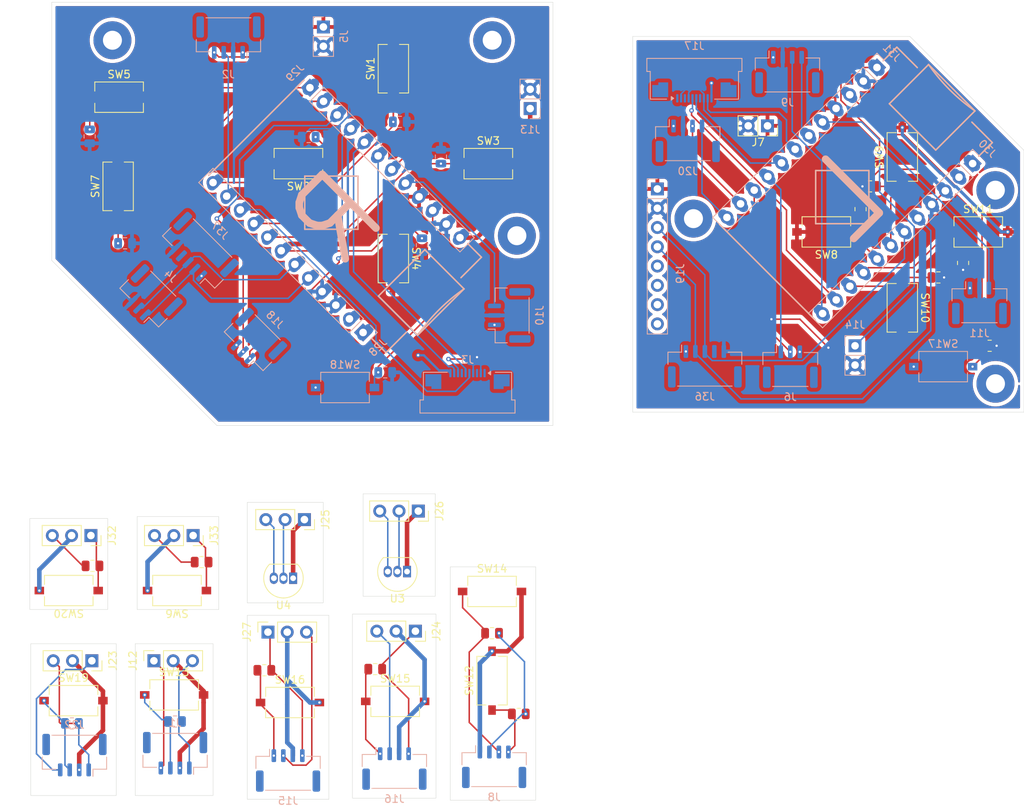
<source format=kicad_pcb>
(kicad_pcb (version 20241229) (generator "pcbnew") (generator_version "9.0")
  (layers (0 "F.Cu" jumper) (2 "B.Cu" signal) (13 "F.Paste" user) (15 "B.Paste" user) (5 "F.SilkS" user "F.Silkscreen") (7 "B.SilkS" user "B.Silkscreen") (1 "F.Mask" user) (3 "B.Mask" user) (25 "Edge.Cuts" user))
  (net 0 "")
  (net 1 "GND2")
  (net 2 "SCL2")
  (net 3 "SDA2")
  (net 4 "GND")
  (net 5 "/L1")
  (net 6 "VCC")
  (net 7 "/L2")
  (net 8 "/Xout")
  (net 9 "/Yout")
  (net 10 "/Btn")
  (net 11 "/PP4")
  (net 12 "/X")
  (net 13 "/Y")
  (net 14 "/A")
  (net 15 "/B")
  (net 16 "/Btn2")
  (net 17 "/Y2out")
  (net 18 "/X2out")
  (net 19 "/U")
  (net 20 "/D")
  (net 21 "/R")
  (net 22 "/L")
  (net 23 "VCC2")
  (net 24 "/R1")
  (net 25 "/R2")
  (net 26 "/A3")
  (net 27 "/A32")
  (net 28 "/Btn_SP3")
  (net 29 "/Btn_-")
  (net 30 "SCL")
  (net 31 "SDA")
  (net 32 "/tx1")
  (net 33 "/Vin")
  (net 34 "/Pad3")
  (net 35 "/Pad4")
  (net 36 "/Rx1")
  (net 37 "/Pad1")
  (net 38 "/Pad2")
  (net 39 "/Rx2")
  (net 41 "/Vin2")
  (net 43 "/tx2")
  (net 45 "/L2P")
  (net 46 "GND_LSP")
  (net 47 "/L1P")
  (net 48 "VCC_LSP")
  (net 49 "VCC_RSP")
  (net 50 "/R1P")
  (net 51 "/R2P")
  (net 52 "GND_RSP")
  (net 59 "/AD0")
  (net 60 "/SP3")
  (net 61 "/minus")
  (net 62 "/SP2")
  (net 63 "/plus")
  (net 64 "/PPVCC2")
  (net 65 "/RST2")
  (net 66 "/PP3")
  (net 67 "/RST1")
  (net 68 "/PP2")
  (net 69 "/PPVCC1")
  (net 70 "/PP1")
  (net 71 "/R2P2")
  (net 72 "VCC_RSP2")
  (net 73 "GND_RSP2")
  (net 74 "VCC_LSP2")
  (net 75 "GND_LSP2")
  (net 76 "/L2P2")
  (net 77 "/PP42")
  (net 78 "/PPVCC22")
  (net 79 "/PPVCC12")
  (net 80 "/PP22")
  (net 83 "/PPGND")
  (net 84 "/PPGND2")
  (net 85 "/PPGND22")
  (net 86 "/PPGND12")
  (net 87 "SL_VCC")
  (net 88 "SL_GND")
  (footprint "Connector_PinSocket_2.54mm:PinSocket_1x03_P2.54mm_Vertical" (layer "F.Cu") (at 29.665 92.75 -90)
    (property "Reference" "J32")
    (property "Value" "Conn_01x03_Socket")
  )
  (footprint "PCM_SparkFun-Resistor:R_0805_2012Metric" (layer "F.Cu") (at 52.5 110.5)
    (property "Reference" "R3")
    (property "Value" "1k")
  )
  (footprint "MountingHole:MountingHole_2.5mm_Pad" (layer "F.Cu") (at 148.76357 72.75)
    (property "Reference" "REF**" (hide yes))
    (property "Value" "MountingHole_2.5mm_Pad" (hide yes))
  )
  (footprint "PCM_SparkFun-Resistor:R_0805_2012Metric" (layer "F.Cu") (at 131 49.75 90)
    (property "Reference" "R7")
    (property "Value" "1k")
  )
  (footprint "MountingHole:MountingHole_2.5mm_Pad" (layer "F.Cu") (at 109 51)
    (property "Reference" "REF**" (hide yes))
    (property "Value" "MPU" (hide yes))
  )
  (footprint "Button_Switch_SMD:SW_Tactile_SPST_NO_Straight_CK_PTS636Sx25SMTRLFS" (layer "F.Cu") (at 69.49 56.255 -90)
    (property "Reference" "SW4")
    (property "Value" "SMD_12x12mm_h8.5mm")
  )
  (footprint "Connector_PinSocket_2.54mm:PinSocket_1x03_P2.54mm_Vertical" (layer "F.Cu") (at 72.39 105.35 -90)
    (property "Reference" "J24")
    (property "Value" "Conn_01x03_Socket")
  )
  (footprint "Button_Switch_SMD:SW_Tactile_SPST_NO_Straight_CK_PTS636Sx25SMTRLFS" (layer "F.Cu") (at 69.49 31.25 90)
    (property "Reference" "SW1")
    (property "Value" "SMD_12x12mm_h8.5mm")
  )
  (footprint "Package_TO_SOT_THT:TO-92_Inline" (layer "F.Cu") (at 71.29 97.5 180)
    (property "Reference" "U3")
    (property "Value" "DRV5033FAxLPG")
  )
  (footprint "Button_Switch_SMD:SW_Tactile_SPST_NO_Straight_CK_PTS636Sx25SMTRLFS" (layer "F.Cu") (at 81.9925 43.7525)
    (property "Reference" "SW3")
    (property "Value" "SMD_12x12mm_h8.5mm")
  )
  (footprint "MountingHole:MountingHole_2.5mm_Pad" (layer "F.Cu") (at 32.5 27.5)
    (property "Reference" "REF**" (hide yes))
    (property "Value" "MountingHole_2.5mm_Pad")
  )
  (footprint "Button_Switch_SMD:SW_Tactile_SPST_NO_Straight_CK_PTS636Sx25SMTRLFS" (layer "F.Cu") (at 27.375 114.5)
    (property "Reference" "SW19")
    (property "Value" "SMD_12x12mm_h8.5mm")
  )
  (footprint "Connector_PinSocket_2.54mm:PinSocket_1x03_P2.54mm_Vertical" (layer "F.Cu") (at 52.975 105.475 90)
    (property "Reference" "J27")
    (property "Value" "Conn_01x03_Socket")
  )
  (footprint "MountingHole:MountingHole_2.5mm_Pad" (layer "F.Cu") (at 148.75 47.25)
    (property "Reference" "REF**" (hide yes))
    (property "Value" "MountingHole_2.5mm_Pad" (hide yes))
  )
  (footprint "PCM_SparkFun-Resistor:R_0805_2012Metric" (layer "F.Cu") (at 67.1 110.35)
    (property "Reference" "R10")
    (property "Value" "1k")
  )
  (footprint "Button_Switch_SMD:SW_Tactile_SPST_NO_Straight_CK_PTS636Sx25SMTRLFS" (layer "F.Cu") (at 82.48 111.87 90)
    (property "Reference" "SW12")
    (property "Value" "SMD_12x12mm_h8.5mm")
  )
  (footprint "Connector_PinSocket_2.54mm:PinSocket_1x03_P2.54mm_Vertical" (layer "F.Cu") (at 72.775 89.525 -90)
    (property "Reference" "J26")
    (property "Value" "Conn_01x03_Socket")
  )
  (footprint "Button_Switch_SMD:SW_Tactile_SPST_NO_Straight_CK_PTS636Sx25SMTRLFS" (layer "F.Cu") (at 41 100 180)
    (property "Reference" "SW6")
    (property "Value" "SMD_12x12mm_h8.5mm")
  )
  (footprint "MountingHole:MountingHole_2.5mm_Pad" (layer "F.Cu") (at 82.5 27.5)
    (property "Reference" "REF**" (hide yes))
    (property "Value" "MountingHole_2.5mm_Pad")
  )
  (footprint "Package_TO_SOT_THT:TO-92_Inline" (layer "F.Cu") (at 56.29 98.375 180)
    (property "Reference" "U4")
    (property "Value" "DRV5033FAxLPG")
  )
  (footprint "PCM_SparkFun-Resistor:R_0805_2012Metric" (layer "F.Cu") (at 132.25 46.75 180)
    (property "Reference" "R6")
    (property "Value" "1k")
  )
  (footprint "PCM_SparkFun-Resistor:R_0805_2012Metric" (layer "F.Cu") (at 141.25 58.75)
    (property "Reference" "R21")
    (property "Value" "1k")
  )
  (footprint "PCM_SparkFun-Resistor:R_0805_2012Metric" (layer "F.Cu") (at 144.5 56.8375 -90)
    (property "Reference" "R16")
    (property "Value" "1k")
  )
  (footprint "Connector_PinSocket_2.54mm:PinSocket_1x03_P2.54mm_Vertical" (layer "F.Cu") (at 43.125 92.75 -90)
    (property "Reference" "J33")
    (property "Value" "Conn_01x03_Socket")
  )
  (footprint "Button_Switch_SMD:SW_Tactile_SPST_NO_Straight_CK_PTS636Sx25SMTRLFS" (layer "F.Cu") (at 146.5 52.75)
    (property "Reference" "SW11")
    (property "Value" "SMD_12x12mm_h8.5mm" (hide yes))
  )
  (footprint "Button_Switch_SMD:SW_Tactile_SPST_NO_Straight_CK_PTS636Sx25SMTRLFS" (layer "F.Cu") (at 69.725 114.6)
    (property "Reference" "SW15")
    (property "Value" "SMD_12x12mm_h8.5mm")
  )
  (footprint "Button_Switch_SMD:SW_Tactile_SPST_NO_Straight_CK_PTS636Sx25SMTRLFS" (layer "F.Cu") (at 136.5 42.875 90)
    (property "Reference" "SW9")
    (property "Value" "SMD_12x12mm_h8.5mm" (hide yes))
  )
  (footprint "PCM_SparkFun-Resistor:R_0805_2012Metric" (layer "F.Cu") (at 44.24 96.25 180)
    (property "Reference" "R15")
    (property "Value" "1k")
  )
  (footprint "Button_Switch_SMD:SW_Tactile_SPST_NO_Straight_CK_PTS636Sx25SMTRLFS" (layer "F.Cu") (at 82.48 100.12)
    (property "Reference" "SW14")
    (property "Value" "SMD_12x12mm_h8.5mm")
  )
  (footprint "PCM_SparkFun-Resistor:R_0805_2012Metric" (layer "F.Cu") (at 82.48 105.62)
    (property "Reference" "R9")
    (property "Value" "1k")
  )
  (footprint "Connector_PinSocket_2.54mm:PinSocket_1x03_P2.54mm_Vertical" (layer "F.Cu") (at 29.79 109.25 -90)
    (property "Reference" "J23")
    (property "Value" "Conn_01x03_Socket")
  )
  (footprint "Connector_PinSocket_2.54mm:PinSocket_1x03_P2.54mm_Vertical" (layer "F.Cu") (at 37.96 109.25 90)
    (property "Reference" "J12")
    (property "Value" "Conn_01x03_Socket")
  )
  (footprint "Button_Switch_SMD:SW_Tactile_SPST_NO_Straight_CK_PTS636Sx25SMTRLFS" (layer "F.Cu") (at 33.25 46.75 90)
    (property "Reference" "SW7")
    (property "Value" "SMD_12x12mm_h8.5mm")
  )
  (footprint "PCM_SparkFun-Resistor:R_0805_2012Metric" (layer "F.Cu") (at 29.875 96.75 180)
    (property "Reference" "R1")
    (property "Value" "1k")
  )
  (footprint "Button_Switch_SMD:SW_Tactile_SPST_NO_Straight_CK_PTS636Sx25SMTRLFS" (layer "F.Cu") (at 136.5 62.75 -90)
    (property "Reference" "SW10")
    (property "Value" "SMD_12x12mm_h8.5mm")
  )
  (footprint "Button_Switch_SMD:SW_Tactile_SPST_NO_Straight_CK_PTS636Sx25SMTRLFS" (layer "F.Cu") (at 33.375 35)
    (property "Reference" "SW5")
    (property "Value" "SMD_12x12mm_h8.5mm")
  )
  (footprint "Connector_PinSocket_2.54mm:PinSocket_1x02_P2.54mm_Vertical" (layer "F.Cu") (at 118.75 38.775 -90)
    (property "Reference" "J7")
    (property "Value" "Conn_01x02_Socket")
  )
  (footprint "Button_Switch_SMD:SW_Tactile_SPST_NO_Straight_CK_PTS636Sx25SMTRLFS" (layer "F.Cu") (at 26.75 100 180)
    (property "Reference" "SW20")
    (property "Value" "SMD_12x12mm_h8.5mm")
  )
  (footprint "Button_Switch_SMD:SW_Tactile_SPST_NO_Straight_CK_PTS636Sx25SMTRLFS" (layer "F.Cu") (at 56.9875 43.7525 180)
    (property "Reference" "SW2")
    (property "Value" "SMD_12x12mm_h8.5mm")
  )
  (footprint "Button_Switch_SMD:SW_Tactile_SPST_NO_Straight_CK_PTS636Sx25SMTRLFS" (layer "F.Cu") (at 55.875 114.75)
    (property "Reference" "SW16")
    (property "Value" "SMD_12x12mm_h8.5mm")
  )
  (footprint "Button_Switch_SMD:SW_Tactile_SPST_NO_Straight_CK_PTS636Sx25SMTRLFS" (layer "F.Cu") (at 40.625 113.75)
    (property "Reference" "SW13")
    (property "Value" "SMD_12x12mm_h8.5mm")
  )
  (footprint "MountingHole:MountingHole_2.5mm_Pad" (layer "F.Cu") (at 85.75 53.25)
    (property "Reference" "REF**" (hide yes))
    (property "Value" "MountingHole_2.5mm_Pad")
  )
  (footprint "PCM_SparkFun-Resistor:R_0805_2012Metric" (layer "F.Cu") (at 148 67.75)
    (property "Reference" "R13")
    (property "Value" "1k")
  )
  (footprint "Button_Switch_SMD:SW_Tactile_SPST_NO_Straight_CK_PTS636Sx25SMTRLFS" (layer "F.Cu") (at 126.5 52.75 180)
    (property "Reference" "SW8")
    (property "Value" "SMD_12x12mm_h8.5mm" (hide yes))
  )
  (footprint "Connector_PinSocket_2.54mm:PinSocket_1x03_P2.54mm_Vertical" (layer "F.Cu") (at 57.775 90.65 -90)
    (property "Reference" "J25")
    (property "Value" "Conn_01x03_Socket")
  )
  (footprint "PCM_SparkFun-Resistor:R_0805_2012Metric" (layer "F.Cu") (at 86 116.25)
    (property "Reference" "R22")
    (property "Value" "1k")
  )
  (footprint "Connector_JST:JST_GH_BM04B-GHS-TBT_1x04-1MP_P1.25mm_Vertical" (layer "B.Cu") (at 55.625 123.7)
    (property "Reference" "J15")
    (property "Value" "Conn_01x04")
  )
  (footprint "Connector_FFC-FPC:Amphenol_F32Q-1A7x1-11010_1x10-1MP_P0.5mm_Horizontal" (layer "B.Cu") (at 109.12143 32.25)
    (property "Reference" "J17")
    (property "Value" "Conn_01x10_Pin")
  )
  (footprint "PCM_SparkFun-Resistor:R_0805_2012Metric" (layer "B.Cu") (at 58.3375 40.25 180)
    (property "Reference" "R8")
    (property "Value" "1k")
  )
  (footprint "Connector_JST:JST_GH_BM03B-GHS-TBT_1x03-1MP_P1.25mm_Vertical" (layer "B.Cu") (at 146.65 62.1)
    (property "Reference" "J11")
    (property "Value" "JST_1mm_3")
  )
  (footprint "Connector_JST:JST_GH_BM03B-GHS-TBT_1x03-1MP_P1.25mm_Vertical" (layer "B.Cu") (at 84.75 63.75 90)
    (property "Reference" "J10")
    (property "Value" "JST_1mm_3")
  )
  (footprint "PCM_SparkFun-Board:ProMicroC" (layer "B.Cu") (at 130.39 46.37 135)
    (property "Reference" "U2")
    (property "Value" "ProMicroC")
  )
  (footprint "PCM_SparkFun-Resistor:R_0805_2012Metric" (layer "B.Cu") (at 29.5 40.1625 -90)
    (property "Reference" "R20")
    (property "Value" "1k")
  )
  (footprint "PCM_SparkFun-Resistor:R_0805_2012Metric" (layer "B.Cu") (at 73.25 54.5 -90)
    (property "Reference" "R14")
    (property "Value" "1k")
  )
  (footprint "Connector_JST:JST_GH_BM05B-GHS-TBT_1x05-1MP_P1.25mm_Vertical" (layer "B.Cu") (at 110.5 70.45)
    (property "Reference" "J36")
    (property "Value" "Conn_01x05")
  )
  (footprint "PCM_SparkFun-Resistor:R_0805_2012Metric" (layer "B.Cu") (at 27.1625 117.5)
    (property "Reference" "R4")
    (property "Value" "1k")
  )
  (footprint "Connector_PinSocket_2.54mm:PinSocket_1x12_P2.54mm_Vertical" (layer "B.Cu") (at 145.756563 43.743437 135)
    (property "Reference" "J30")
    (property "Value" "Conn_01x12_Socket")
  )
  (footprint "Connector_PinSocket_2.54mm:PinSocket_1x02_P2.54mm_Vertical" (layer "B.Cu") (at 87.5 36.5)
    (property "Reference" "J13")
    (property "Value" "Conn_01x02_Socket")
  )
  (footprint "PCM_SparkFun-Resistor:R_0805_2012Metric" (layer "B.Cu") (at 68.4125 71.25)
    (property "Reference" "R19")
    (property "Value" "1k")
  )
  (footprint "Connector_PinSocket_2.54mm:PinSocket_1x02_P2.54mm_Vertical" (layer "B.Cu") (at 60.275 25.75 180)
    (property "Reference" "J5")
    (property "Value" "Conn_01x02_Socket")
  )
  (footprint "Connector_PinSocket_2.54mm:PinSocket_1x12_P2.54mm_Vertical" (layer "B.Cu") (at 58.5 33.75 -135)
    (property "Reference" "J29")
    (property "Value" "Conn_01x12_Socket")
  )
  (footprint "Connector_PinSocket_2.54mm:PinSocket_1x12_P2.54mm_Vertical" (layer "B.Cu") (at 65.5 66 45)
    (property "Reference" "J28")
    (property "Value" "Conn_01x12_Socket")
  )
  (footprint "Connector_JST:JST_GH_BM03B-GHS-TBT_1x03-1MP_P1.25mm_Vertical" (layer "B.Cu") (at 37.343414 61.406587 135)
    (property "Reference" "J4")
    (property "Value" "JST_1mm_3")
  )
  (footprint "Connector_JST:JST_GH_BM04B-GHS-TBT_1x04-1MP_P1.25mm_Vertical" (layer "B.Cu") (at 121.375 31.7)
    (property "Reference" "J9")
    (property "Value" "Conn_01x04")
  )
  (footprint "Connector_JST:JST_GH_BM04B-GHS-TBT_1x04-1MP_P1.25mm_Vertical" (layer "B.Cu") (at 47.775 27.15 180)
    (property "Reference" "J2")
    (property "Value" "Conn_01x04")
  )
  (footprint "PCM_SparkFun-Board:ProMicroC" (layer "B.Cu") (at 63.121718 50.694077 45)
    (property "Reference" "U1")
    (property "Value" "ProMicroC")
  )
  (footprint "PCM_SparkFun-Resistor:R_0805_2012Metric" (layer "B.Cu") (at 75.75 42.8375 90)
    (property "Reference" "R18")
    (property "Value" "1k")
  )
  (footprint "Connector_PinSocket_2.54mm:PinSocket_1x08_P2.54mm_Vertical" (layer "B.Cu") (at 104.25 47.09 180)
    (property "Reference" "J19")
    (property "Value" "Conn_01x08_Socket")
  )
  (footprint "Connector_JST:JST_GH_BM04B-GHS-TBT_1x04-1MP_P1.25mm_Vertical" (layer "B.Cu") (at 108.25 40.75)
    (property "Reference" "J20")
    (property "Value" "JST_1mm_4")
  )
  (footprint "Connector_PinSocket_2.54mm:PinSocket_1x02_P2.54mm_Vertical" (layer "B.Cu") (at 130.275 67.75 180)
    (property "Reference" "J14")
    (property "Value" "Conn_01x02_Socket")
  )
  (footprint "Connector_JST:JST_GH_BM03B-GHS-TBT_1x03-1MP_P1.25mm_Vertical" (layer "B.Cu") (at 51.093414 67.156587 135)
    (property "Reference" "J18")
    (property "Value" "JST_1mm_3")
  )
  (footprint "Button_Switch_SMD:SW_Tactile_SPST_NO_Straight_CK_PTS636Sx25SMTRLFS" (layer "B.Cu") (at 141.875 70.5 180)
    (property "Reference" "SW17")
    (property "Value" "SMD_12x12mm_h8.5mm")
  )
  (footprint "Button_Switch_SMD:SW_Tactile_SPST_NO_Straight_CK_PTS636Sx25SMTRLFS" (layer "B.Cu") (at 63.125 73.25 180)
    (property "Reference" "SW18")
    (property "Value" "SMD_12x12mm_h8.5mm")
  )
  (footprint "Connector_JST:JST_GH_BM05B-GHS-TBT_1x05-1MP_P1.25mm_Vertical" (layer "B.Cu") (at 43.843413 55.406586 135)
    (property "Reference" "J37")
    (property "Value" "Conn_01x05")
  )
  (footprint "Connector_JST:JST_GH_BM04B-GHS-TBT_1x04-1MP_P1.25mm_Vertical" (layer "B.Cu") (at 40.75 121.425 180)
    (property "Reference" "J1")
    (property "Value" "JST_1mm_4")
  )
  (footprint "Connector_JST:JST_GH_BM04B-GHS-TBT_1x04-1MP_P1.25mm_Vertical" (layer "B.Cu") (at 27.5 121.675 180)
    (property "Reference" "J22")
    (property "Value" "JST_1mm_4")
  )
  (footprint "Connector_JST:JST_GH_BM04B-GHS-TBT_1x04-1MP_P1.25mm_Vertical" (layer "B.Cu") (at 82.755 123.22)
    (property "Reference" "J8")
    (property "Value" "JST_1mm_4")
  )
  (footprint "PCM_SparkFun-Resistor:R_0805_2012Metric" (layer "B.Cu") (at 34.1625 54.25)
    (property "Reference" "R2")
    (property "Value" "1k")
  )
  (footprint "Connector_JST:JST_GH_BM03B-GHS-TBT_1x03-1MP_P1.25mm_Vertical" (layer "B.Cu") (at 121.75 70.5)
    (property "Reference" "J6")
    (property "Value" "JST_1mm_3")
  )
  (footprint "Connector_FFC-FPC:Amphenol_F32Q-1A7x1-11010_1x10-1MP_P0.5mm_Horizontal" (layer "B.Cu") (at 79.25 74.25 180)
    (property "Reference" "J3")
    (property "Value" "Conn_01x10_Pin")
  )
  (footprint "Connector_JST:JST_GH_BM04B-GHS-TBT_1x04-1MP_P1.25mm_Vertical" (layer "B.Cu") (at 69.625 123.45)
    (property "Reference" "J16")
    (property "Value" "Conn_01x04")
  )
  (footprint "PCM_SparkFun-Resistor:R_0805_2012Metric" (layer "B.Cu") (at 70.3375 38.25)
    (property "Reference" "R5")
    (property "Value" "1k")
  )
  (footprint "PCM_SparkFun-Resistor:R_0805_2012Metric" (layer "B.Cu") (at 40.74 117.25)
    (property "Reference" "R17")
    (property "Value" "1k")
  )
  (footprint "Connector_PinSocket_2.54mm:PinSocket_1x12_P2.54mm_Vertical" (layer "B.Cu") (at 133.164461 31.085539 135)
    (property "Reference" "J31")
    (property "Value" "Conn_01x12_Socket")
  )
  (gr_rect (start 64.1 103.1) (end 75.1 127.35) (stroke (width 0.05)) (fill no) (layer "Edge.Cuts"))
  (gr_line (start 152.51357 76.5) (end 152.51357 42) (stroke (width 0.05)) (layer "Edge.Cuts"))
  (gr_line (start 152.51357 42) (end 137.5 27) (stroke (width 0.05)) (layer "Edge.Cuts"))
  (gr_rect (start 35.5 107) (end 45.75 127) (stroke (width 0.05)) (fill no) (layer "Edge.Cuts"))
  (gr_rect (start 21.625 90.5) (end 31.875 102.5) (stroke (width 0.05)) (fill no) (layer "Edge.Cuts"))
  (gr_rect (start 60.25 101.625) (end 50.25 88.375) (stroke (width 0.05)) (fill no) (layer "Edge.Cuts"))
  (gr_line (start 101 27) (end 101 28.25) (stroke (width 0.05)) (layer "Edge.Cuts"))
  (gr_line (start 90.5 22.5) (end 90.5 78.25) (stroke (width 0.05)) (layer "Edge.Cuts"))
  (gr_line (start 101 28.25) (end 101 76.5) (stroke (width 0.05)) (layer "Edge.Cuts"))
  (gr_line (start 24.5 22.5) (end 90.5 22.5) (stroke (width 0.05)) (layer "Edge.Cuts"))
  (gr_line (start 24.5 22.5) (end 24.5 56.5) (stroke (width 0.05)) (layer "Edge.Cuts"))
  (gr_rect (start 21.75 107) (end 33 127) (stroke (width 0.05)) (fill no) (layer "Edge.Cuts"))
  (gr_rect (start 50.25 103.25) (end 61 127.5) (stroke (width 0.05)) (fill no) (layer "Edge.Cuts"))
  (gr_line (start 24.5 56.5) (end 46.25 78.25) (stroke (width 0.05)) (layer "Edge.Cuts"))
  (gr_line (start 46.25 78.25) (end 90.5 78.25) (stroke (width 0.05)) (layer "Edge.Cuts"))
  (gr_rect (start 76.98 96.87) (end 88.23 127.62) (stroke (width 0.05)) (fill no) (layer "Edge.Cuts"))
  (gr_rect (start 75 100.75) (end 65.5 87.25) (stroke (width 0.05)) (fill no) (layer "Edge.Cuts"))
  (gr_line (start 137.5 27) (end 101 27) (stroke (width 0.05)) (layer "Edge.Cuts"))
  (gr_rect (start 35.75 90.25) (end 46.5 102.5) (stroke (width 0.05)) (fill no) (layer "Edge.Cuts"))
  (gr_line (start 101 76.5) (end 152.51357 76.5) (stroke (width 0.05)) (layer "Edge.Cuts"))
  (gr_text "L" (at 136.51357 49 45) (layer "B.SilkS") (effects (font (size 10 10) (thickness 1)) (justify left bottom mirror)))
  (gr_text "R" (at 70.25 51 45) (layer "B.SilkS") (effects (font (size 10 10) (thickness 1)) (justify left bottom mirror)))
  (segment (start 143 57.75) (end 142 58.75) (width 0.2) (layer "F.Cu") (net 1))
  (segment (start 144.5 57.75) (end 143 57.75) (width 0.2) (layer "F.Cu") (net 1))
  (segment (start 123.01357 64.25) (end 126.76357 68) (width 0.2) (layer "F.Cu") (net 1))
  (segment (start 140.368409 49.131591) (end 142.164461 47.335539) (width 0.2) (layer "F.Cu") (net 1))
  (segment (start 131.3375 46.75) (end 133.5875 44.5) (width 0.2) (layer "F.Cu") (net 1))
  (segment (start 133.5875 44.5) (end 139.328922 44.5) (width 0.2) (layer "F.Cu") (net 1))
  (segment (start 131 47.0875) (end 131.3375 46.75) (width 0.2) (layer "F.Cu") (net 1))
  (segment (start 119.26357 64.25) (end 123.01357 64.25) (width 0.2) (layer "F.Cu") (net 1))
  (segment (start 131 48.8375) (end 131 47.0875) (width 0.2) (layer "F.Cu") (net 1))
  (segment (start 139.328922 44.5) (end 142.164461 47.335539) (width 0.2) (layer "F.Cu") (net 1))
  (via (at 119.26357 64.25) (size 0.6) (drill 0.3) (layers "F.Cu" "B.Cu") (net 1))
  (via (at 131.25 46.75) (size 0.6) (drill 0.3) (layers "F.Cu" "B.Cu") (net 1))
  (via (at 126.76357 68) (size 0.6) (drill 0.3) (layers "F.Cu" "B.Cu") (net 1))
  (via (at 144.5 57.75) (size 0.6) (drill 0.3) (layers "F.Cu" "B.Cu") (net 1))
  (via (at 148.9125 67.75) (size 0.6) (drill 0.3) (layers "F.Cu" "B.Cu") (net 1))
  (via (at 142 58.75) (size 0.6) (drill 0.3) (layers "F.Cu" "B.Cu") (net 1))
  (segment (start 107.937606 34) (end 108.56257 34) (width 0.2) (layer "B.Cu") (net 1))
  (segment (start 109.805254 34) (end 110.37143 34.566176) (width 0.2) (layer "B.Cu") (net 1))
  (segment (start 107.37143 35.15) (end 107.37143 34.566176) (width 0.2) (layer "B.Cu") (net 1))
  (segment (start 110.37143 34.566176) (end 110.37143 35.15) (width 0.2) (layer "B.Cu") (net 1))
  (segment (start 108.56257 34) (end 108.76357 34) (width 0.2) (layer "B.Cu") (net 1))
  (segment (start 108.37143 34.39214) (end 108.76357 34) (width 0.2) (layer "B.Cu") (net 1))
  (segment (start 110.37143 36.68853) (end 112.4579 38.775) (width 0.2) (layer "B.Cu") (net 1))
  (segment (start 108.76357 34) (end 109.805254 34) (width 0.2) (layer "B.Cu") (net 1))
  (segment (start 107.37143 34.566176) (end 107.937606 34) (width 0.2) (layer "B.Cu") (net 1))
  (segment (start 110.37143 35.15) (end 110.37143 36.68853) (width 0.2) (layer "B.Cu") (net 1))
  (segment (start 112.4579 38.775) (end 116.21 38.775) (width 0.2) (layer "B.Cu") (net 1))
  (segment (start 108.37143 35.15) (end 108.37143 34.39214) (width 0.2) (layer "B.Cu") (net 1))
  (segment (start 110.5 68.741968) (end 111.459032 69.701) (width 0.2) (layer "B.Cu") (net 2))
  (segment (start 110.5 68.5) (end 110.5 58.42) (width 0.2) (layer "B.Cu") (net 2))
  (segment (start 111.459032 69.701) (end 123.340968 69.701) (width 0.2) (layer "B.Cu") (net 2))
  (segment (start 136.776307 56.265661) (end 136.776307 52.723693) (width 0.2) (layer "B.Cu") (net 2))
  (segment (start 110.5 68.5) (end 110.5 68.741968) (width 0.2) (layer "B.Cu") (net 2))
  (segment (start 123.340968 69.701) (end 136.776307 56.265661) (width 0.2) (layer "B.Cu") (net 2))
  (segment (start 110.5 58.42) (end 104.25 52.17) (width 0.2) (layer "B.Cu") (net 2))
  (segment (start 131.25 74.75) (end 115.258032 74.75) (width 0.2) (layer "B.Cu") (net 3))
  (segment (start 138.572358 50.927642) (end 140.25 52.605284) (width 0.2) (layer "B.Cu") (net 3))
  (segment (start 109.25 68.5) (end 109.25 59.71) (width 0.2) (layer "B.Cu") (net 3))
  (segment (start 109.25 59.71) (end 104.25 54.71) (width 0.2) (layer "B.Cu") (net 3))
  (segment (start 140.25 52.605284) (end 140.25 65.75) (width 0.2) (layer "B.Cu") (net 3))
  (segment (start 109.25 68.741968) (end 109.25 68.5) (width 0.2) (layer "B.Cu") (net 3))
  (segment (start 140.25 65.75) (end 131.25 74.75) (width 0.2) (layer "B.Cu") (net 3))
  (segment (start 115.258032 74.75) (end 109.25 68.741968) (width 0.2) (layer "B.Cu") (net 3))
  (segment (start 76.75 69.5) (end 80.25 69.5) (width 0.2) (layer "F.Cu") (net 4))
  (segment (start 80.25 69.5) (end 80.5 69.25) (width 0.2) (layer "F.Cu") (net 4))
  (via (at 80.5 69.25) (size 0.6) (drill 0.3) (layers "F.Cu" "B.Cu") (net 4))
  (via (at 76.75 69.5) (size 0.6) (drill 0.3) (layers "F.Cu" "B.Cu") (net 4))
  (segment (start 81 71.35) (end 81 69.75) (width 0.2) (layer "B.Cu") (net 4))
  (segment (start 80 69.75) (end 80.5 69.25) (width 0.2) (layer "B.Cu") (net 4))
  (segment (start 76.75 69.5) (end 76.800924 69.5) (width 0.2) (layer "B.Cu") (net 4))
  (segment (start 63.608704 37.45326) (end 63.608704 31.623704) (width 0.2) (layer "B.Cu") (net 4))
  (segment (start 81 69.75) (end 80.5 69.25) (width 0.2) (layer "B.Cu") (net 4))
  (segment (start 58.524 39.151) (end 61.910964 39.151) (width 0.2) (layer "B.Cu") (net 4))
  (segment (start 80 71.35) (end 80 69.75) (width 0.2) (layer "B.Cu") (net 4))
  (segment (start 57.425 40.25) (end 58.524 39.151) (width 0.2) (layer "B.Cu") (net 4))
  (segment (start 76.800924 69.5) (end 78 70.699076) (width 0.2) (layer "B.Cu") (net 4))
  (segment (start 61.910964 39.151) (end 63.608704 37.45326) (width 0.2) (layer "B.Cu") (net 4))
  (segment (start 78 70.699076) (end 78 71.35) (width 0.2) (layer "B.Cu") (net 4))
  (segment (start 63.608704 31.623704) (end 60.275 28.29) (width 0.2) (layer "B.Cu") (net 4))
  (segment (start 122 39.50935) (end 125.899872 43.409222) (width 0.2) (layer "B.Cu") (net 5))
  (segment (start 125.899872 43.409222) (end 125.899872 63.432487) (width 0.2) (layer "B.Cu") (net 5))
  (segment (start 122 29.75) (end 122 39.50935) (width 0.2) (layer "B.Cu") (net 5))
  (via (at 72.75 69) (size 0.6) (drill 0.3) (layers "F.Cu" "B.Cu") (net 6))
  (via (at 82.8 65) (size 0.6) (drill 0.3) (layers "F.Cu" "B.Cu") (net 6))
  (via (at 48.830672 67.651562) (size 0.6) (drill 0.3) (layers "F.Cu" "B.Cu") (net 6))
  (via (at 49.65 29.1) (size 0.6) (drill 0.3) (layers "F.Cu" "B.Cu") (net 6))
  (via (at 59.25 73.25) (size 0.6) (drill 0.3) (layers "F.Cu" "B.Cu") (net 6))
  (via (at 44.232322 58.553211) (size 0.6) (drill 0.3) (layers "F.Cu" "B.Cu") (net 6))
  (segment (start 75.5 71) (end 76.65 71) (width 0.3) (layer "B.Cu") (net 6))
  (segment (start 76.65 71) (end 77 71.35) (width 0.3) (layer "B.Cu") (net 6))
  (segment (start 73.5 69) (end 75.5 71) (width 0.3) (layer "B.Cu") (net 6))
  (segment (start 72.75 69) (end 73.5 69) (width 0.3) (layer "B.Cu") (net 6))
  (segment (start 123.25 29.75) (end 123.25 39.13159) (width 0.2) (layer "B.Cu") (net 7))
  (segment (start 123.25 39.13159) (end 124.184205 40.065795) (width 0.2) (layer "B.Cu") (net 7))
  (segment (start 79 70.766176) (end 67.480256 59.246432) (width 0.2) (layer "B.Cu") (net 8))
  (segment (start 67.480256 59.246432) (end 67.480256 42.730256) (width 0.2) (layer "B.Cu") (net 8))
  (segment (start 79 71.35) (end 79 70.766176) (width 0.2) (layer "B.Cu") (net 8))
  (segment (start 77.232824 70.499) (end 76.767176 70.499) (width 0.2) (layer "B.Cu") (net 9))
  (segment (start 77.5 71.25) (end 77.451 71.201) (width 0.2) (layer "B.Cu") (net 9))
  (segment (start 64.25 42.36841) (end 65.684206 40.934204) (width 0.2) (layer "B.Cu") (net 9))
  (segment (start 76.758088 70.508088) (end 64.25 58) (width 0.2) (layer "B.Cu") (net 9))
  (segment (start 77.451 71.201) (end 77.451 70.717176) (width 0.2) (layer "B.Cu") (net 9))
  (segment (start 76.767176 70.499) (end 76.758088 70.508088) (width 0.2) (layer "B.Cu") (net 9))
  (segment (start 64.25 58) (end 64.25 42.36841) (width 0.2) (layer "B.Cu") (net 9))
  (segment (start 77.451 70.717176) (end 77.232824 70.499) (width 0.2) (layer "B.Cu") (net 9))
  (segment (start 77.5 71.35) (end 77.5 71.25) (width 0.2) (layer "B.Cu") (net 9))
  (segment (start 51.912551 49.835539) (end 49.335539 49.835539) (width 0.2) (layer "B.Cu") (net 10))
  (segment (start 77.677824 73.756) (end 73.92325 73.756) (width 0.2) (layer "B.Cu") (net 10))
  (segment (start 67.200807 67.033557) (end 67.200807 65.123795) (width 0.2) (layer "B.Cu") (net 10))
  (segment (start 79.5 71.933824) (end 77.677824 73.756) (width 0.2) (layer "B.Cu") (net 10))
  (segment (start 67.200807 65.123795) (end 51.912551 49.835539) (width 0.2) (layer "B.Cu") (net 10))
  (segment (start 79.5 71.35) (end 79.5 71.933824) (width 0.2) (layer "B.Cu") (net 10))
  (segment (start 73.92325 73.756) (end 67.200807 67.033557) (width 0.2) (layer "B.Cu") (net 10))
  (segment (start 26.349 110.401) (end 28.639 110.401) (width 0.2) (layer "B.Cu") (net 11))
  (segment (start 28.639 110.401) (end 29.79 109.25) (width 0.2) (layer "B.Cu") (net 11))
  (segment (start 22.5 121.5) (end 22.5 114.25) (width 0.2) (layer "B.Cu") (net 11))
  (segment (start 22.5 114.25) (end 26.349 110.401) (width 0.2) (layer "B.Cu") (net 11))
  (segment (start 24.625 123.625) (end 22.5 121.5) (width 0.2) (layer "B.Cu") (net 11))
  (segment (start 25.625 123.625) (end 24.625 123.625) (width 0.2) (layer "B.Cu") (net 11))
  (segment (start 60.8625 43.7525) (end 58.371563 46.243437) (width 0.2) (layer "F.Cu") (net 12))
  (segment (start 59.25 40.25) (end 60.865 41.865) (width 0.2) (layer "F.Cu") (net 12))
  (segment (start 58.371563 46.243437) (end 45.743437 46.243437) (width 0.2) (layer "F.Cu") (net 12))
  (segment (start 60.865 41.865) (end 60.865 43.75) (width 0.2) (layer "F.Cu") (net 12))
  (segment (start 60.865 43.75) (end 60.8625 43.7525) (width 0.2) (layer "F.Cu") (net 12))
  (via (at 59.25 40.25) (size 0.6) (drill 0.3) (layers "F.Cu" "B.Cu") (net 12))
  (segment (start 69.48 38.25) (end 69.48 35.135) (width 0.2) (layer "F.Cu") (net 13))
  (segment (start 69.49 38.75617) (end 56.61458 51.63159) (width 0.2) (layer "F.Cu") (net 13))
  (segment (start 69.48 35.135) (end 69.49 35.125) (width 0.2) (layer "F.Cu") (net 13))
  (segment (start 69.49 35.125) (end 69.49 38.75617) (width 0.2) (layer "F.Cu") (net 13))
  (segment (start 56.61458 51.63159) (end 51.13159 51.63159) (width 0.2) (layer "F.Cu") (net 13))
  (via (at 69.48 38.25) (size 0.6) (drill 0.3) (layers "F.Cu" "B.Cu") (net 13))
  (segment (start 71.9125 52.25) (end 69.62 52.25) (width 0.2) (layer "F.Cu") (net 14))
  (segment (start 69.62 52.25) (end 69.49 52.38) (width 0.2) (layer "F.Cu") (net 14))
  (segment (start 66.62 55.25) (end 54.75 55.25) (width 0.2) (layer "F.Cu") (net 14))
  (segment (start 54.75 55.25) (end 54.723693 55.223693) (width 0.2) (layer "F.Cu") (net 14))
  (segment (start 73.25 53.5875) (end 71.9125 52.25) (width 0.2) (layer "F.Cu") (net 14))
  (segment (start 69.49 52.38) (end 66.62 55.25) (width 0.2) (layer "F.Cu") (net 14))
  (via (at 73.25 53.5875) (size 0.6) (drill 0.3) (layers "F.Cu" "B.Cu") (net 14))
  (segment (start 71.99 43.76) (end 62.322359 53.427641) (width 0.2) (layer "F.Cu") (net 15))
  (segment (start 75.75 43.76) (end 71.99 43.76) (width 0.2) (layer "F.Cu") (net 15))
  (segment (start 62.322359 53.427641) (end 52.927641 53.427641) (width 0.2) (layer "F.Cu") (net 15))
  (segment (start 78.11 43.76) (end 78.1175 43.7525) (width 0.2) (layer "F.Cu") (net 15))
  (segment (start 75.75 43.76) (end 78.11 43.76) (width 0.2) (layer "F.Cu") (net 15))
  (via (at 75.75 43.76) (size 0.6) (drill 0.3) (layers "F.Cu" "B.Cu") (net 15))
  (segment (start 121.25 55.157898) (end 127.796051 61.703949) (width 0.2) (layer "F.Cu") (net 16))
  (segment (start 108.75 36.75) (end 108.75 37.37224) (width 0.2) (layer "F.Cu") (net 16))
  (segment (start 108.75 37.37224) (end 121.25 49.87224) (width 0.2) (layer "F.Cu") (net 16))
  (segment (start 121.25 49.87224) (end 121.25 55.157898) (width 0.2) (layer "F.Cu") (net 16))
  (via (at 108.75 36.75) (size 0.6) (drill 0.3) (layers "F.Cu" "B.Cu") (net 16))
  (segment (start 108.87143 35.15) (end 108.87143 36.62857) (width 0.2) (layer "B.Cu") (net 16))
  (segment (start 108.87143 36.62857) (end 108.75 36.75) (width 0.2) (layer "B.Cu") (net 16))
  (segment (start 110.87143 36.62143) (end 111.25 37) (width 0.2) (layer "B.Cu") (net 17))
  (segment (start 122.307769 41.807769) (end 122.307769 41.879872) (width 0.2) (layer "B.Cu") (net 17))
  (segment (start 121.25 38) (end 121.25 40.75) (width 0.2) (layer "B.Cu") (net 17))
  (segment (start 120.25 37) (end 121.25 38) (width 0.2) (layer "B.Cu") (net 17))
  (segment (start 111.25 37) (end 120.25 37) (width 0.2) (layer "B.Cu") (net 17))
  (segment (start 110.87143 35.15) (end 110.87143 36.62143) (width 0.2) (layer "B.Cu") (net 17))
  (segment (start 121.25 40.75) (end 122.307769 41.807769) (width 0.2) (layer "B.Cu") (net 17))
  (segment (start 109.37143 35.15) (end 109.37143 36.554462) (width 0.2) (layer "B.Cu") (net 18))
  (segment (start 109.37143 36.554462) (end 116.492891 43.675923) (width 0.2) (layer "B.Cu") (net 18))
  (segment (start 116.492891 43.675923) (end 120.511718 43.675923) (width 0.2) (layer "B.Cu") (net 18))
  (segment (start 134.980256 48.269744) (end 134.980256 54.519744) (width 0.2) (layer "F.Cu") (net 19))
  (segment (start 136.5 46.75) (end 134.980256 48.269744) (width 0.2) (layer "F.Cu") (net 19))
  (segment (start 133.51 46.75) (end 136.5 46.75) (width 0.2) (layer "F.Cu") (net 19))
  (segment (start 135.467102 59.907898) (end 129.592102 59.907898) (width 0.2) (layer "F.Cu") (net 20))
  (segment (start 136.625 58.75) (end 136.5 58.875) (width 0.2) (layer "F.Cu") (net 20))
  (segment (start 140.3375 58.75) (end 136.625 58.75) (width 0.2) (layer "F.Cu") (net 20))
  (segment (start 136.5 58.875) (end 135.467102 59.907898) (width 0.2) (layer "F.Cu") (net 20))
  (segment (start 132.033204 57.466796) (end 131.388153 58.111847) (width 0.2) (layer "F.Cu") (net 21))
  (segment (start 142.625 54.05) (end 144.5 55.925) (width 0.2) (layer "F.Cu") (net 21))
  (segment (start 142.625 52.75) (end 142.625 54.05) (width 0.2) (layer "F.Cu") (net 21))
  (segment (start 142.625 52.75) (end 137.908204 57.466796) (width 0.2) (layer "F.Cu") (net 21))
  (segment (start 137.908204 57.466796) (end 132.033204 57.466796) (width 0.2) (layer "F.Cu") (net 21))
  (segment (start 130.375 52.75) (end 130.375 53.506592) (width 0.2) (layer "F.Cu") (net 22))
  (segment (start 130.75 50.51) (end 130.75 52.375) (width 0.2) (layer "F.Cu") (net 22))
  (segment (start 130.75 52.375) (end 130.375 52.75) (width 0.2) (layer "F.Cu") (net 22))
  (segment (start 130.375 53.506592) (end 133.184204 56.315796) (width 0.2) (layer "F.Cu") (net 22))
  (segment (start 119.5 29.25) (end 120.5 28.25) (width 0.6) (layer "F.Cu") (net 23))
  (segment (start 134.25 28.25) (end 136.5 30.5) (width 0.6) (layer "F.Cu") (net 23))
  (segment (start 120.5 28.25) (end 134.25 28.25) (width 0.6) (layer "F.Cu") (net 23))
  (segment (start 136.5 30.5) (end 136.5 39) (width 0.6) (layer "F.Cu") (net 23))
  (segment (start 119.5 29.75) (end 119.5 29.25) (width 0.6) (layer "F.Cu") (net 23))
  (via (at 138 70.5) (size 0.6) (drill 0.3) (layers "F.Cu" "B.Cu") (net 23))
  (via (at 108 68.5) (size 0.6) (drill 0.3) (layers "F.Cu" "B.Cu") (net 23))
  (via (at 106.375 38.8) (size 0.6) (drill 0.3) (layers "F.Cu" "B.Cu") (net 23))
  (via (at 111.37143 33.14214) (size 0.6) (drill 0.3) (layers "F.Cu" "B.Cu") (net 23))
  (via (at 150.375 52.75) (size 0.6) (drill 0.3) (layers "F.Cu" "B.Cu") (net 23))
  (via (at 119.5 29.75) (size 0.6) (drill 0.3) (layers "F.Cu" "B.Cu") (net 23))
  (via (at 123 68.55) (size 0.6) (drill 0.3) (layers "F.Cu" "B.Cu") (net 23))
  (via (at 145.4 60.15) (size 0.6) (drill 0.3) (layers "F.Cu" "B.Cu") (net 23))
  (via (at 136.5 39) (size 0.6) (drill 0.3) (layers "F.Cu" "B.Cu") (net 23))
  (segment (start 149.543264 52.75) (end 143.583752 46.790488) (width 0.4) (layer "B.Cu") (net 23))
  (segment (start 141.51357 45) (end 136.5 39.98643) (width 0.4) (layer "B.Cu") (net 23))
  (segment (start 150.375 52.75) (end 149.543264 52.75) (width 0.4) (layer "B.Cu") (net 23))
  (segment (start 111.37143 35.15) (end 111.37143 33.14214) (width 0.3) (layer "B.Cu") (net 23))
  (segment (start 141.598104 45) (end 141.51357 45) (width 0.4) (layer "B.Cu") (net 23))
  (segment (start 143.583752 46.790488) (end 143.388592 46.790488) (width 0.4) (layer "B.Cu") (net 23))
  (segment (start 143.388592 46.790488) (end 141.598104 45) (width 0.4) (layer "B.Cu") (net 23))
  (segment (start 136.5 39.98643) (end 136.5 39) (width 0.4) (layer "B.Cu") (net 23))
  (segment (start 47.15 29.1) (end 47.751 29.701) (width 0.2) (layer "B.Cu") (net 24))
  (segment (start 47.751 29.701) (end 47.751 47.827976) (width 0.2) (layer "B.Cu") (net 24))
  (segment (start 47.751 47.827976) (end 47.539488 48.039488) (width 0.2) (layer "B.Cu") (net 24))
  (segment (start 46.501 29.701) (end 69.451 29.701) (width 0.2) (layer "F.Cu") (net 25))
  (segment (start 73.75 34) (end 73.75 40.052614) (width 0.2) (layer "F.Cu") (net 25))
  (segment (start 45.9 29.1) (end 46.501 29.701) (width 0.2) (layer "F.Cu") (net 25))
  (segment (start 69.451 29.701) (end 73.75 34) (width 0.2) (layer "F.Cu") (net 25))
  (segment (start 73.75 40.052614) (end 69.276307 44.526307) (width 0.2) (layer "F.Cu") (net 25))
  (via (at 45.9 29.1) (size 0.6) (drill 0.3) (layers "F.Cu" "B.Cu") (net 25))
  (segment (start 82.8 62.5) (end 82.8 55.57827) (width 0.2) (layer "B.Cu") (net 26))
  (segment (start 73.425679 46.203949) (end 71.203949 46.203949) (width 0.2) (layer "B.Cu") (net 26))
  (segment (start 82.8 55.57827) (end 73.425679 46.203949) (width 0.2) (layer "B.Cu") (net 26))
  (segment (start 131.134322 38.269744) (end 125.980256 38.269744) (width 0.2) (layer "B.Cu") (net 27))
  (segment (start 147.9 55.035422) (end 131.134322 38.269744) (width 0.2) (layer "B.Cu") (net 27))
  (segment (start 147.9 60.15) (end 147.9 55.035422) (width 0.2) (layer "B.Cu") (net 27))
  (segment (start 79.48 117.37) (end 79.48 108.11) (width 0.2) (layer "F.Cu") (net 28))
  (segment (start 83.38 121.27) (end 79.48 117.37) (width 0.2) (layer "F.Cu") (net 28))
  (segment (start 79.48 108.11) (end 81.97 105.62) (width 0.2) (layer "F.Cu") (net 28))
  (segment (start 78.605 100.12) (end 78.605 102.255) (width 0.2) (layer "F.Cu") (net 28))
  (segment (start 78.605 102.255) (end 81.97 105.62) (width 0.2) (layer "F.Cu") (net 28))
  (via (at 83.38 121.27) (size 0.6) (drill 0.3) (layers "F.Cu" "B.Cu") (net 28))
  (segment (start 85.48 120.42) (end 84.63 121.27) (width 0.2) (layer "F.Cu") (net 29))
  (segment (start 85.355 115.745) (end 85.48 115.87) (width 0.2) (layer "F.Cu") (net 29))
  (segment (start 82.48 115.745) (end 85.355 115.745) (width 0.2) (layer "F.Cu") (net 29))
  (segment (start 85.48 115.87) (end 85.48 120.42) (width 0.2) (layer "F.Cu") (net 29))
  (via (at 84.63 121.27) (size 0.6) (drill 0.3) (layers "F.Cu" "B.Cu") (net 29))
  (segment (start 36.464554 62.785445) (end 42.464555 56.785444) (width 0.2) (layer "B.Cu") (net 30))
  (segment (start 42.464555 56.785444) (end 43.249999 56) (width 0.2) (layer "B.Cu") (net 30))
  (segment (start 43.249999 56) (end 44.011148 56) (width 0.2) (layer "B.Cu") (net 30))
  (segment (start 44.011148 56) (end 47.049546 59.038398) (width 0.2) (layer "B.Cu") (net 30))
  (segment (start 54.50109 59.038398) (end 56.519744 57.019744) (width 0.2) (layer "B.Cu") (net 30))
  (segment (start 35.964556 62.785445) (end 36.464554 62.785445) (width 0.2) (layer "B.Cu") (net 30))
  (segment (start 47.049546 59.038398) (end 54.50109 59.038398) (width 0.2) (layer "B.Cu") (net 30))
  (segment (start 43.348438 57.669328) (end 43.177343 57.840423) (width 0.2) (layer "B.Cu") (net 31))
  (segment (start 43.177343 57.840423) (end 43.177343 59.125992) (width 0.2) (layer "B.Cu") (net 31))
  (segment (start 37.348437 63.669329) (end 43.348438 57.669328) (width 0.2) (layer "B.Cu") (net 31))
  (segment (start 45.551351 61.5) (end 55.63159 61.5) (width 0.2) (layer "B.Cu") (net 31))
  (segment (start 36.848439 63.669329) (end 37.348437 63.669329) (width 0.2) (layer "B.Cu") (net 31))
  (segment (start 43.177343 59.125992) (end 45.551351 61.5) (width 0.2) (layer "B.Cu") (net 31))
  (segment (start 55.63159 61.5) (end 58.315795 58.815795) (width 0.2) (layer "B.Cu") (net 31))
  (segment (start 80.493437 53.506563) (end 78.256563 53.506563) (width 0.6) (layer "F.Cu") (net 33))
  (segment (start 87.5 46.5) (end 80.493437 53.506563) (width 0.6) (layer "F.Cu") (net 33))
  (segment (start 87.5 36.5) (end 87.5 46.5) (width 0.6) (layer "F.Cu") (net 33))
  (segment (start 121.75 68.55) (end 117 63.8) (width 0.2) (layer "F.Cu") (net 34))
  (segment (start 117 63.8) (end 117 47.25) (width 0.2) (layer "F.Cu") (net 34))
  (via (at 121.75 68.55) (size 0.6) (drill 0.3) (layers "F.Cu" "B.Cu") (net 34))
  (segment (start 120.5 47.157898) (end 118.796051 45.453949) (width 0.2) (layer "B.Cu") (net 35))
  (segment (start 120.5 68.55) (end 120.5 47.157898) (width 0.2) (layer "B.Cu") (net 35))
  (segment (start 49.714556 54.464556) (end 46.25 51) (width 0.2) (layer "F.Cu") (net 37))
  (segment (start 49.714556 68.535445) (end 49.714556 54.464556) (width 0.2) (layer "F.Cu") (net 37))
  (via (at 46.25 51) (size 0.6) (drill 0.3) (layers "F.Cu" "B.Cu") (net 37))
  (via (at 49.714556 68.535445) (size 0.6) (drill 0.3) (layers "F.Cu" "B.Cu") (net 37))
  (segment (start 49.240295 43.259705) (end 53.75 38.75) (width 0.2) (layer "B.Cu") (net 37))
  (segment (start 60.684204 38.75) (end 62.092102 37.342102) (width 0.2) (layer "B.Cu") (net 37))
  (segment (start 46.25 51) (end 49.240295 48.009705) (width 0.2) (layer "B.Cu") (net 37))
  (segment (start 53.75 38.75) (end 60.684204 38.75) (width 0.2) (layer "B.Cu") (net 37))
  (segment (start 49.240295 48.009705) (end 49.240295 43.259705) (width 0.2) (layer "B.Cu") (net 37))
  (segment (start 50.598439 68.497493) (end 50.598439 69.419329) (width 0.2) (layer "F.Cu") (net 38))
  (segment (start 62.345932 56.75) (end 50.598439 68.497493) (width 0.2) (layer "F.Cu") (net 38))
  (segment (start 62.345932 56.345932) (end 62.345932 56.75) (width 0.2) (layer "F.Cu") (net 38))
  (segment (start 62.25 56.25) (end 62.345932 56.345932) (width 0.2) (layer "F.Cu") (net 38))
  (via (at 62.25 56.25) (size 0.6) (drill 0.3) (layers "F.Cu" "B.Cu") (net 38))
  (via (at 50.598439 69.419329) (size 0.6) (drill 0.3) (layers "F.Cu" "B.Cu") (net 38))
  (segment (start 62.75 55.75) (end 62.75 40.276308) (width 0.2) (layer "B.Cu") (net 38))
  (segment (start 62.25 56.25) (end 62.75 55.75) (width 0.2) (layer "B.Cu") (net 38))
  (segment (start 62.75 40.276308) (end 63.888154 39.138154) (width 0.2) (layer "B.Cu") (net 38))
  (segment (start 133.5 42.25) (end 133.5 40.5) (width 0.2) (layer "F.Cu") (net 41))
  (segment (start 128.421359 35.421359) (end 128.421359 32.578641) (width 0.2) (layer "F.Cu") (net 41))
  (segment (start 128.421359 32.578641) (end 129.914461 31.085539) (width 0.2) (layer "F.Cu") (net 41))
  (segment (start 133.5 40.5) (end 128.421359 35.421359) (width 0.2) (layer "F.Cu") (net 41))
  (segment (start 129.914461 31.085539) (end 133.164461 31.085539) (width 0.2) (layer "F.Cu") (net 41))
  (via (at 133.5 42.25) (size 0.6) (drill 0.3) (layers "F.Cu" "B.Cu") (net 41))
  (segment (start 133.5 47.483044) (end 133.5 44.25) (width 0.2) (layer "B.Cu") (net 41))
  (segment (start 138.061191 59.963809) (end 138.061191 52.044235) (width 0.2) (layer "B.Cu") (net 41))
  (segment (start 138.061191 52.044235) (end 133.5 47.483044) (width 0.2) (layer "B.Cu") (net 41))
  (segment (start 133.5 44.25) (end 133.5 42.25) (width 0.2) (layer "B.Cu") (net 41))
  (segment (start 130.275 67.75) (end 138.061191 59.963809) (width 0.2) (layer "B.Cu") (net 41))
  (segment (start 58 123) (end 58.75 122.25) (width 0.2) (layer "F.Cu") (net 45))
  (segment (start 58.75 122.25) (end 58.75 106.17) (width 0.2) (layer "F.Cu") (net 45))
  (segment (start 58.75 106.17) (end 58.055 105.475) (width 0.2) (layer "F.Cu") (net 45))
  (segment (start 55 121.75) (end 56.25 123) (width 0.2) (layer "F.Cu") (net 45))
  (segment (start 56.25 123) (end 58 123) (width 0.2) (layer "F.Cu") (net 45))
  (via (at 55 121.75) (size 0.6) (drill 0.3) (layers "F.Cu" "B.Cu") (net 45))
  (segment (start 53.25 110.25) (end 57.5 114.5) (width 0.2) (layer "F.Cu") (net 46))
  (segment (start 53.25 105.75) (end 53.25 110.25) (width 0.2) (layer "F.Cu") (net 46))
  (segment (start 52.975 105.475) (end 53.25 105.75) (width 0.2) (layer "F.Cu") (net 46))
  (segment (start 57.5 114.5) (end 57.5 121.75) (width 0.2) (layer "F.Cu") (net 46))
  (via (at 57.5 121.75) (size 0.6) (drill 0.3) (layers "F.Cu" "B.Cu") (net 46))
  (segment (start 52 115) (end 53.75 116.75) (width 0.2) (layer "F.Cu") (net 47))
  (segment (start 53.75 116.75) (end 53.75 121.75) (width 0.2) (layer "F.Cu") (net 47))
  (segment (start 51.99 114.74) (end 52 114.75) (width 0.2) (layer "F.Cu") (net 47))
  (segment (start 52 114.75) (end 52 115) (width 0.2) (layer "F.Cu") (net 47))
  (segment (start 51.99 110.5) (end 51.99 114.74) (width 0.2) (layer "F.Cu") (net 47))
  (via (at 53.75 121.75) (size 0.6) (drill 0.3) (layers "F.Cu" "B.Cu") (net 47))
  (via (at 59.75 114.75) (size 0.6) (drill 0.3) (layers "F.Cu" "B.Cu") (net 48))
  (segment (start 55.515 115) (end 55.515 111.75) (width 0.6) (layer "B.Cu") (net 48))
  (segment (start 55.515 111.75) (end 55.515 105.475) (width 0.6) (layer "B.Cu") (net 48))
  (segment (start 55.515 120.015) (end 55.515 115) (width 0.6) (layer "B.Cu") (net 48))
  (segment (start 58.515 114.75) (end 55.515 111.75) (width 0.6) (layer "B.Cu") (net 48))
  (segment (start 56.25 120.75) (end 55.515 120.015) (width 0.6) (layer "B.Cu") (net 48))
  (segment (start 59.75 114.75) (end 58.515 114.75) (width 0.6) (layer "B.Cu") (net 48))
  (segment (start 56.25 121.75) (end 56.25 120.75) (width 0.6) (layer "B.Cu") (net 48))
  (via (at 73.6 114.6) (size 0.6) (drill 0.3) (layers "F.Cu" "B.Cu") (net 49))
  (segment (start 73.6 109.1) (end 73.6 114.6) (width 0.6) (layer "B.Cu") (net 49))
  (segment (start 70.25 117.95) (end 73.6 114.6) (width 0.6) (layer "B.Cu") (net 49))
  (segment (start 70.25 121.5) (end 70.25 117.95) (width 0.6) (layer "B.Cu") (net 49))
  (segment (start 69.85 105.35) (end 73.6 109.1) (width 0.6) (layer "B.Cu") (net 49))
  (segment (start 65.85 119.6) (end 67.75 121.5) (width 0.2) (layer "F.Cu") (net 50))
  (segment (start 65.85 114.6) (end 65.85 119.6) (width 0.2) (layer "F.Cu") (net 50))
  (segment (start 65.85 114.6) (end 65.85 111.09) (width 0.2) (layer "F.Cu") (net 50))
  (segment (start 65.85 111.09) (end 66.59 110.35) (width 0.2) (layer "F.Cu") (net 50))
  (via (at 67.75 121.5) (size 0.6) (drill 0.3) (layers "F.Cu" "B.Cu") (net 50))
  (segment (start 69 107.04) (end 67.31 105.35) (width 0.2) (layer "B.Cu") (net 51))
  (segment (start 69 121.5) (end 69 107.04) (width 0.2) (layer "B.Cu") (net 51))
  (segment (start 71.5 114.24) (end 67.61 110.35) (width 0.2) (layer "F.Cu") (net 52))
  (segment (start 71.5 121.5) (end 71.5 114.24) (width 0.2) (layer "F.Cu") (net 52))
  (segment (start 67.61 110.35) (end 67.61 110.13) (width 0.2) (layer "F.Cu") (net 52))
  (segment (start 67.61 110.13) (end 72.39 105.35) (width 0.2) (layer "F.Cu") (net 52))
  (via (at 71.5 121.5) (size 0.6) (drill 0.3) (layers "F.Cu" "B.Cu") (net 52))
  (segment (start 108.875 38.8) (end 108.875 42.717102) (width 0.2) (layer "F.Cu") (net 60))
  (segment (start 108.875 42.717102) (end 115.203949 49.046051) (width 0.2) (layer "F.Cu") (net 60))
  (via (at 108.875 38.8) (size 0.6) (drill 0.3) (layers "F.Cu" "B.Cu") (net 60))
  (segment (start 110.125 38.8) (end 110.125 47.657615) (width 0.2) (layer "B.Cu") (net 61))
  (segment (start 110.125 47.657615) (end 113.327513 50.860128) (width 0.2) (layer "B.Cu") (net 61))
  (segment (start 33.24 54.25) (end 33.245 54.245) (width 0.2) (layer "F.Cu") (net 62))
  (segment (start 33.25 54.24) (end 33.25 50.6125) (width 0.2) (layer "F.Cu") (net 62))
  (segment (start 33.245 54.245) (end 33.25 54.24) (width 0.2) (layer "F.Cu") (net 62))
  (segment (start 34.625 50.625) (end 49.703949 35.546051) (width 0.2) (layer "F.Cu") (net 62))
  (segment (start 49.703949 35.546051) (end 60.296051 35.546051) (width 0.2) (layer "F.Cu") (net 62))
  (segment (start 33.25 50.625) (end 34.625 50.625) (width 0.2) (layer "F.Cu") (net 62))
  (via (at 33.245 54.245) (size 0.6) (drill 0.3) (layers "F.Cu" "B.Cu") (net 62))
  (segment (start 30.75 33.75) (end 58.5 33.75) (width 0.2) (layer "F.Cu") (net 63))
  (segment (start 29.5 35) (end 30.75 33.75) (width 0.2) (layer "F.Cu") (net 63))
  (segment (start 29.5125 35) (end 29.5125 39.245) (width 0.2) (layer "F.Cu") (net 63))
  (via (at 29.5125 39.245) (size 0.6) (drill 0.3) (layers "F.Cu" "B.Cu") (net 63))
  (segment (start 27.25 109.25) (end 31.25 113.25) (width 0.6) (layer "F.Cu") (net 64))
  (segment (start 28.125 123.625) (end 28.125 121.55) (width 0.6) (layer "F.Cu") (net 64))
  (segment (start 31.25 118.425) (end 31.25 115) (width 0.6) (layer "F.Cu") (net 64))
  (segment (start 28.125 121.55) (end 31.25 118.425) (width 0.6) (layer "F.Cu") (net 64))
  (segment (start 31.25 113.25) (end 31.25 115) (width 0.6) (layer "F.Cu") (net 64))
  (via (at 28.125 123.625) (size 0.6) (drill 0.3) (layers "F.Cu" "B.Cu") (net 64))
  (segment (start 146.99357 50.200306) (end 136.719264 39.926) (width 0.2) (layer "F.Cu") (net 65))
  (segment (start 134.820718 39.926) (end 129.572359 34.677641) (width 0.2) (layer "F.Cu") (net 65))
  (segment (start 146.99357 69.25643) (end 145.75 70.5) (width 0.2) (layer "F.Cu") (net 65))
  (segment (start 136.719264 39.926) (end 134.820718 39.926) (width 0.2) (layer "F.Cu") (net 65))
  (segment (start 146.99357 68.5) (end 146.99357 69.25643) (width 0.2) (layer "F.Cu") (net 65))
  (segment (start 146.99357 68.5) (end 146.99357 50.200306) (width 0.2) (layer "F.Cu") (net 65))
  (via (at 145.75 70.5) (size 0.6) (drill 0.3) (layers "F.Cu" "B.Cu") (net 65))
  (via (at 23.5 114.5) (size 0.6) (drill 0.3) (layers "F.Cu" "B.Cu") (net 66))
  (segment (start 26.25 117.5) (end 26.25 123) (width 0.2) (layer "B.Cu") (net 66))
  (segment (start 23.5 114.75) (end 23.5 114.5) (width 0.2) (layer "B.Cu") (net 66))
  (segment (start 26.25 117.5) (end 23.5 114.75) (width 0.2) (layer "B.Cu") (net 66))
  (segment (start 26.25 123) (end 26.875 123.625) (width 0.2) (layer "B.Cu") (net 66))
  (segment (start 67.5 70.49) (end 74.66446 63.32554) (width 0.2) (layer "F.Cu") (net 67))
  (segment (start 74.66446 63.32554) (end 74.66446 49.914462) (width 0.2) (layer "F.Cu") (net 67))
  (segment (start 67.5 71.25) (end 67.5 70.49) (width 0.2) (layer "F.Cu") (net 67))
  (via (at 67.5 71.25) (size 0.6) (drill 0.3) (layers "F.Cu" "B.Cu") (net 67))
  (segment (start 67.5 71.25) (end 67 71.75) (width 0.2) (layer "B.Cu") (net 67))
  (segment (start 67 71.75) (end 67 73.25) (width 0.2) (layer "B.Cu") (net 67))
  (segment (start 39.25 123) (end 39.25 110.54) (width 0.2) (layer "F.Cu") (net 68))
  (segment (start 38.875 123.375) (end 39.25 123) (width 0.2) (layer "F.Cu") (net 68))
  (segment (start 39.25 110.54) (end 37.96 109.25) (width 0.2) (layer "F.Cu") (net 68))
  (via (at 38.875 123.375) (size 0.6) (drill 0.3) (layers "F.Cu" "B.Cu") (net 68))
  (segment (start 41.375 123.375) (end 41.375 121.3) (width 0.6) (layer "F.Cu") (net 69))
  (segment (start 44.5 114.75) (end 44.5 113.25) (width 0.6) (layer "F.Cu") (net 69))
  (segment (start 41.375 121.3) (end 44.5 118.175) (width 0.6) (layer "F.Cu") (net 69))
  (segment (start 44.5 113.25) (end 40.5 109.25) (width 0.6) (layer "F.Cu") (net 69))
  (segment (start 44.5 118.175) (end 44.5 114.75) (width 0.6) (layer "F.Cu") (net 69))
  (via (at 41.375 123.375) (size 0.6) (drill 0.3) (layers "F.Cu" "B.Cu") (net 69))
  (via (at 36.75 113.75) (size 0.6) (drill 0.3) (layers "F.Cu" "B.Cu") (net 70))
  (segment (start 40.125 123.375) (end 40.125 117.105) (width 0.2) (layer "B.Cu") (net 70))
  (segment (start 36.75 114.75) (end 39 117) (width 0.2) (layer "B.Cu") (net 70))
  (segment (start 39 117) (end 40.23 117) (width 0.2) (layer "B.Cu") (net 70))
  (segment (start 36.75 113.75) (end 36.75 114.75) (width 0.2) (layer "B.Cu") (net 70))
  (segment (start 40.125 117.105) (end 40.23 117) (width 0.2) (layer "B.Cu") (net 70))
  (segment (start 40.23 117) (end 40.25 117.02) (width 0.2) (layer "B.Cu") (net 70))
  (segment (start 53.75 98.375) (end 53.75 91.705) (width 0.2) (layer "B.Cu") (net 71))
  (segment (start 53.75 91.705) (end 52.695 90.65) (width 0.2) (layer "B.Cu") (net 71))
  (segment (start 56.29 98.375) (end 56.29 92.135) (width 0.6) (layer "F.Cu") (net 72))
  (segment (start 56.29 92.135) (end 57.775 90.65) (width 0.6) (layer "F.Cu") (net 72))
  (segment (start 55.02 90.865) (end 55.235 90.65) (width 0.2) (layer "B.Cu") (net 73))
  (segment (start 55.02 98.375) (end 55.02 90.865) (width 0.2) (layer "B.Cu") (net 73))
  (segment (start 71.29 91.01) (end 72.775 89.525) (width 0.6) (layer "F.Cu") (net 74))
  (segment (start 71.29 97.5) (end 71.29 91.01) (width 0.6) (layer "F.Cu") (net 74))
  (segment (start 70.02 97.27) (end 70.235 97.055) (width 0.2) (layer "B.Cu") (net 75))
  (segment (start 70.02 97.5) (end 70.02 97.27) (width 0.2) (layer "B.Cu") (net 75))
  (segment (start 70.235 97.055) (end 70.235 89.525) (width 0.2) (layer "B.Cu") (net 75))
  (segment (start 68.75 90.58) (end 67.695 89.525) (width 0.2) (layer "B.Cu") (net 76))
  (segment (start 68.75 97.5) (end 68.75 90.58) (width 0.2) (layer "B.Cu") (net 76))
  (segment (start 30.625 96.99) (end 30.385 96.75) (width 0.2) (layer "F.Cu") (net 77))
  (segment (start 30.625 100) (end 30.625 96.99) (width 0.2) (layer "F.Cu") (net 77))
  (segment (start 30.385 96.75) (end 30.385 93.47) (width 0.2) (layer "F.Cu") (net 77))
  (segment (start 30.385 93.47) (end 29.665 92.75) (width 0.2) (layer "F.Cu") (net 77))
  (via (at 22.875 100) (size 0.6) (drill 0.3) (layers "F.Cu" "B.Cu") (net 78))
  (segment (start 27.125 93) (end 22.875 97.25) (width 0.6) (layer "B.Cu") (net 78))
  (segment (start 22.875 97.25) (end 22.875 100) (width 0.6) (layer "B.Cu") (net 78))
  (segment (start 27.125 92.75) (end 27.125 93) (width 0.6) (layer "B.Cu") (net 78))
  (via (at 37.125 100) (size 0.6) (drill 0.3) (layers "F.Cu" "B.Cu") (net 79))
  (segment (start 37.125 96.21) (end 37.125 100) (width 0.6) (layer "B.Cu") (net 79))
  (segment (start 40.585 92.75) (end 37.125 96.21) (width 0.6) (layer "B.Cu") (net 79))
  (segment (start 44.875 96.375) (end 44.75 96.25) (width 0.2) (layer "F.Cu") (net 80))
  (segment (start 44.875 100) (end 44.875 96.375) (width 0.2) (layer "F.Cu") (net 80))
  (segment (start 44.75 94.375) (end 43.125 92.75) (width 0.2) (layer "F.Cu") (net 80))
  (segment (start 44.75 96.25) (end 44.75 94.375) (width 0.2) (layer "F.Cu") (net 80))
  (segment (start 42.625 120.375) (end 41.25 119) (width 0.2) (layer "B.Cu") (net 83))
  (segment (start 41.25 119) (end 41.25 111.04) (width 0.2) (layer "B.Cu") (net 83))
  (segment (start 41.25 111.04) (end 43.04 109.25) (width 0.2) (layer "B.Cu") (net 83))
  (segment (start 42.625 123.375) (end 42.625 120.375) (width 0.2) (layer "B.Cu") (net 83))
  (segment (start 28.075 117.5) (end 25.6625 117.5) (width 0.2) (layer "F.Cu") (net 84))
  (segment (start 25.51 117.3475) (end 25.51 110.05) (width 0.2) (layer "F.Cu") (net 84))
  (segment (start 25.6625 117.5) (end 25.51 117.3475) (width 0.2) (layer "F.Cu") (net 84))
  (segment (start 25.51 110.05) (end 24.71 109.25) (width 0.2) (layer "F.Cu") (net 84))
  (via (at 28.075 117.5) (size 0.6) (drill 0.3) (layers "F.Cu" "B.Cu") (net 84))
  (segment (start 28.075 120.315) (end 29.375 121.615) (width 0.2) (layer "B.Cu") (net 84))
  (segment (start 29.375 121.615) (end 29.375 123.625) (width 0.2) (layer "B.Cu") (net 84))
  (segment (start 28.075 117.5) (end 28.075 120.315) (width 0.2) (layer "B.Cu") (net 84))
  (segment (start 28.585 96.75) (end 24.585 92.75) (width 0.2) (layer "F.Cu") (net 85))
  (segment (start 29.365 96.75) (end 28.585 96.75) (width 0.2) (layer "F.Cu") (net 85))
  (segment (start 41.545 96.25) (end 38.045 92.75) (width 0.2) (layer "F.Cu") (net 86))
  (segment (start 43.73 96.25) (end 41.545 96.25) (width 0.2) (layer "F.Cu") (net 86))
  (segment (start 86.355 106.145) (end 86.355 100.12) (width 0.6) (layer "F.Cu") (net 87))
  (segment (start 84.505 107.995) (end 86.355 106.145) (width 0.6) (layer "F.Cu") (net 87))
  (segment (start 82.48 107.995) (end 84.505 107.995) (width 0.6) (layer "F.Cu") (net 87))
  (via (at 82.48 107.995) (size 0.6) (drill 0.3) (layers "F.Cu" "B.Cu") (net 87))
  (segment (start 82.48 107.995) (end 80.88 109.595) (width 0.6) (layer "B.Cu") (net 87))
  (segment (start 80.88 109.595) (end 80.88 121.27) (width 0.6) (layer "B.Cu") (net 87))
  (via (at 83.3925 105.62) (size 0.6) (drill 0.3) (layers "F.Cu" "B.Cu") (net 88))
  (via (at 86.9125 116.25) (size 0.6) (drill 0.3) (layers "F.Cu" "B.Cu") (net 88))
  (segment (start 82.13 120.62) (end 82.13 121.27) (width 0.2) (layer "B.Cu") (net 88))
  (segment (start 83.3925 106.0225) (end 83.3925 105.62) (width 0.2) (layer "B.Cu") (net 88))
  (segment (start 86.5 116.25) (end 82.13 120.62) (width 0.2) (layer "B.Cu") (net 88))
  (segment (start 86.9125 116.25) (end 86.9125 115.88) (width 0.2) (layer "B.Cu") (net 88))
  (segment (start 86.75 109.38) (end 83.3925 106.0225) (width 0.2) (layer "B.Cu") (net 88))
  (segment (start 86.9125 115.88) (end 86.75 115.7175) (width 0.2) (layer "B.Cu") (net 88))
  (segment (start 86.75 115.7175) (end 86.75 109.38) (width 0.2) (layer "B.Cu") (net 88))
  (segment (start 86.9125 116.25) (end 86.5 116.25) (width 0.2) (layer "B.Cu") (net 88))
  (zone (net 23) (net_name "VCC2") (layer "F.Cu") (priority 3) (connect_pads (clearance 0.5)) (min_thickness 0.25) (fill yes (thermal_gap 0.5) (thermal_bridge_width 0.5) (island_removal_mode 1) (island_area_min 10))
    (polygon (pts (xy 152 41.5) (xy 152 76) (xy 101 76) (xy 101 27) (xy 137.5 27)))
  )
  (zone (net 6) (net_name "VCC") (layer "F.Cu") (priority 1) (connect_pads (clearance 0.5)) (min_thickness 0.25) (fill yes (thermal_gap 0.5) (thermal_bridge_width 0.5))
    (polygon (pts (xy 90.5 22.5) (xy 24.5 22.5) (xy 24.5 56.5) (xy 46.25 78.25) (xy 90.5 78.25)))
  )
  (zone (net 4) (net_name "GND") (layer "B.Cu") (connect_pads (clearance 0.5)) (min_thickness 0.25) (fill yes (thermal_gap 0.5) (thermal_bridge_width 0.5))
    (polygon (pts (xy 90.5 22.5) (xy 24.5 22.5) (xy 24.5 56.5) (xy 46.25 78.25) (xy 90.5 78.25)))
  )
  (zone (net 1) (net_name "GND2") (layer "B.Cu") (priority 2) (connect_pads (clearance 0.5)) (min_thickness 0.25) (fill yes (thermal_gap 0.5) (thermal_bridge_width 0.5))
    (polygon (pts (xy 152 41.5) (xy 152 76) (xy 101 76) (xy 101 27) (xy 137.5 27)))
  )
)
</source>
